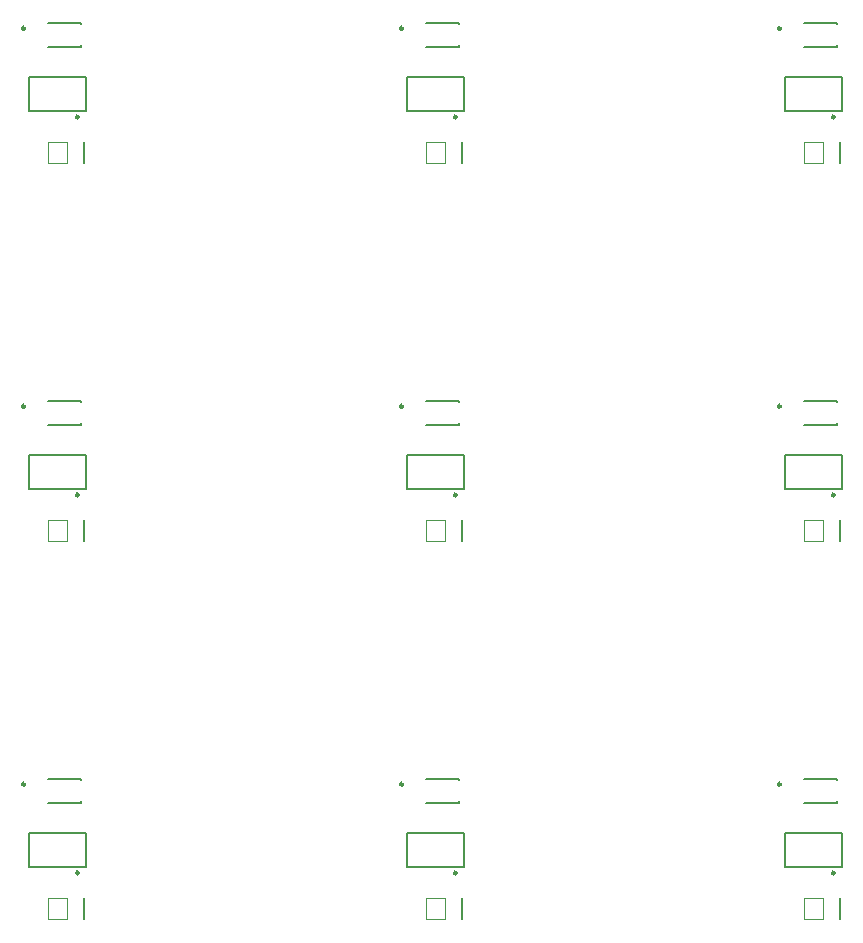
<source format=gto>
G04*
G04 #@! TF.GenerationSoftware,Altium Limited,Altium Designer,23.5.1 (21)*
G04*
G04 Layer_Color=65535*
%FSAX44Y44*%
%MOMM*%
G71*
G04*
G04 #@! TF.SameCoordinates,899CF12F-B0FD-4176-B9D3-CD2A61966E73*
G04*
G04*
G04 #@! TF.FilePolarity,Positive*
G04*
G01*
G75*
%ADD37C,0.2500*%
%ADD38C,0.2000*%
%ADD39C,0.1000*%
D37*
X00192500Y00275500D02*
G03*
X00192500Y00275500I-00001250J00000000D01*
G01*
X00238000Y00200500D02*
G03*
X00238000Y00200500I-00001250J00000000D01*
G01*
X00512500Y00275500D02*
G03*
X00512500Y00275500I-00001250J00000000D01*
G01*
X00558000Y00200500D02*
G03*
X00558000Y00200500I-00001250J00000000D01*
G01*
X00832501Y00275500D02*
G03*
X00832501Y00275500I-00001250J00000000D01*
G01*
X00878001Y00200500D02*
G03*
X00878001Y00200500I-00001250J00000000D01*
G01*
X00192500Y00595500D02*
G03*
X00192500Y00595500I-00001250J00000000D01*
G01*
X00238000Y00520500D02*
G03*
X00238000Y00520500I-00001250J00000000D01*
G01*
X00512500Y00595500D02*
G03*
X00512500Y00595500I-00001250J00000000D01*
G01*
X00558000Y00520500D02*
G03*
X00558000Y00520500I-00001250J00000000D01*
G01*
X00832501Y00595500D02*
G03*
X00832501Y00595500I-00001250J00000000D01*
G01*
X00878001Y00520500D02*
G03*
X00878001Y00520500I-00001250J00000000D01*
G01*
X00192500Y00915500D02*
G03*
X00192500Y00915500I-00001250J00000000D01*
G01*
X00238000Y00840500D02*
G03*
X00238000Y00840500I-00001250J00000000D01*
G01*
X00512500Y00915500D02*
G03*
X00512500Y00915500I-00001250J00000000D01*
G01*
X00558000Y00840500D02*
G03*
X00558000Y00840500I-00001250J00000000D01*
G01*
X00832501Y00915500D02*
G03*
X00832501Y00915500I-00001250J00000000D01*
G01*
X00878001Y00840500D02*
G03*
X00878001Y00840500I-00001250J00000000D01*
G01*
D38*
X00240000Y00279000D02*
Y00280000D01*
Y00260000D02*
Y00261000D01*
X00211720Y00280000D02*
X00240000D01*
X00211720Y00260000D02*
X00240000D01*
X00242225Y00161110D02*
Y00178890D01*
X00196000Y00234500D02*
X00244000D01*
Y00205500D02*
Y00234500D01*
X00196000Y00205500D02*
X00244000D01*
X00196000D02*
Y00234500D01*
X00560000Y00279000D02*
Y00280000D01*
Y00260000D02*
Y00261000D01*
X00531720Y00280000D02*
X00560000D01*
X00531720Y00260000D02*
X00560000D01*
X00562225Y00161110D02*
Y00178890D01*
X00516000Y00234500D02*
X00564000D01*
Y00205500D02*
Y00234500D01*
X00516000Y00205500D02*
X00564000D01*
X00516000D02*
Y00234500D01*
X00880001Y00279000D02*
Y00280000D01*
Y00260000D02*
Y00261000D01*
X00851721Y00280000D02*
X00880001D01*
X00851721Y00260000D02*
X00880001D01*
X00882226Y00161110D02*
Y00178890D01*
X00836001Y00234500D02*
X00884001D01*
Y00205500D02*
Y00234500D01*
X00836001Y00205500D02*
X00884001D01*
X00836001D02*
Y00234500D01*
X00240000Y00599000D02*
Y00600000D01*
Y00580000D02*
Y00581000D01*
X00211720Y00600000D02*
X00240000D01*
X00211720Y00580000D02*
X00240000D01*
X00242225Y00481110D02*
Y00498890D01*
X00196000Y00554500D02*
X00244000D01*
Y00525500D02*
Y00554500D01*
X00196000Y00525500D02*
X00244000D01*
X00196000D02*
Y00554500D01*
X00560000Y00599000D02*
Y00600000D01*
Y00580000D02*
Y00581000D01*
X00531720Y00600000D02*
X00560000D01*
X00531720Y00580000D02*
X00560000D01*
X00562225Y00481110D02*
Y00498890D01*
X00516000Y00554500D02*
X00564000D01*
Y00525500D02*
Y00554500D01*
X00516000Y00525500D02*
X00564000D01*
X00516000D02*
Y00554500D01*
X00880001Y00599000D02*
Y00600000D01*
Y00580000D02*
Y00581000D01*
X00851721Y00600000D02*
X00880001D01*
X00851721Y00580000D02*
X00880001D01*
X00882226Y00481110D02*
Y00498890D01*
X00836001Y00554500D02*
X00884001D01*
Y00525500D02*
Y00554500D01*
X00836001Y00525500D02*
X00884001D01*
X00836001D02*
Y00554500D01*
X00240000Y00919000D02*
Y00920001D01*
Y00900001D02*
Y00901001D01*
X00211720Y00920001D02*
X00240000D01*
X00211720Y00900001D02*
X00240000D01*
X00242225Y00801110D02*
Y00818890D01*
X00196000Y00874501D02*
X00244000D01*
Y00845500D02*
Y00874501D01*
X00196000Y00845500D02*
X00244000D01*
X00196000D02*
Y00874501D01*
X00560000Y00919000D02*
Y00920001D01*
Y00900001D02*
Y00901001D01*
X00531720Y00920001D02*
X00560000D01*
X00531720Y00900001D02*
X00560000D01*
X00562225Y00801110D02*
Y00818890D01*
X00516000Y00874501D02*
X00564000D01*
Y00845500D02*
Y00874501D01*
X00516000Y00845500D02*
X00564000D01*
X00516000D02*
Y00874501D01*
X00880001Y00919000D02*
Y00920001D01*
Y00900001D02*
Y00901001D01*
X00851721Y00920001D02*
X00880001D01*
X00851721Y00900001D02*
X00880001D01*
X00882226Y00801110D02*
Y00818890D01*
X00836001Y00874501D02*
X00884001D01*
Y00845500D02*
Y00874501D01*
X00836001Y00845500D02*
X00884001D01*
X00836001D02*
Y00874501D01*
D39*
X00228255Y00161110D02*
Y00178890D01*
X00211745Y00161110D02*
Y00178890D01*
X00228255D01*
X00211745Y00161110D02*
X00228255D01*
X00548255D02*
Y00178890D01*
X00531745Y00161110D02*
Y00178890D01*
X00548255D01*
X00531745Y00161110D02*
X00548255D01*
X00868256D02*
Y00178890D01*
X00851746Y00161110D02*
Y00178890D01*
X00868256D01*
X00851746Y00161110D02*
X00868256D01*
X00228255Y00481110D02*
Y00498890D01*
X00211745Y00481110D02*
Y00498890D01*
X00228255D01*
X00211745Y00481110D02*
X00228255D01*
X00548255D02*
Y00498890D01*
X00531745Y00481110D02*
Y00498890D01*
X00548255D01*
X00531745Y00481110D02*
X00548255D01*
X00868256D02*
Y00498890D01*
X00851746Y00481110D02*
Y00498890D01*
X00868256D01*
X00851746Y00481110D02*
X00868256D01*
X00228255Y00801110D02*
Y00818890D01*
X00211745Y00801110D02*
Y00818890D01*
X00228255D01*
X00211745Y00801110D02*
X00228255D01*
X00548255D02*
Y00818890D01*
X00531745Y00801110D02*
Y00818890D01*
X00548255D01*
X00531745Y00801110D02*
X00548255D01*
X00868256D02*
Y00818890D01*
X00851746Y00801110D02*
Y00818890D01*
X00868256D01*
X00851746Y00801110D02*
X00868256D01*
M02*

</source>
